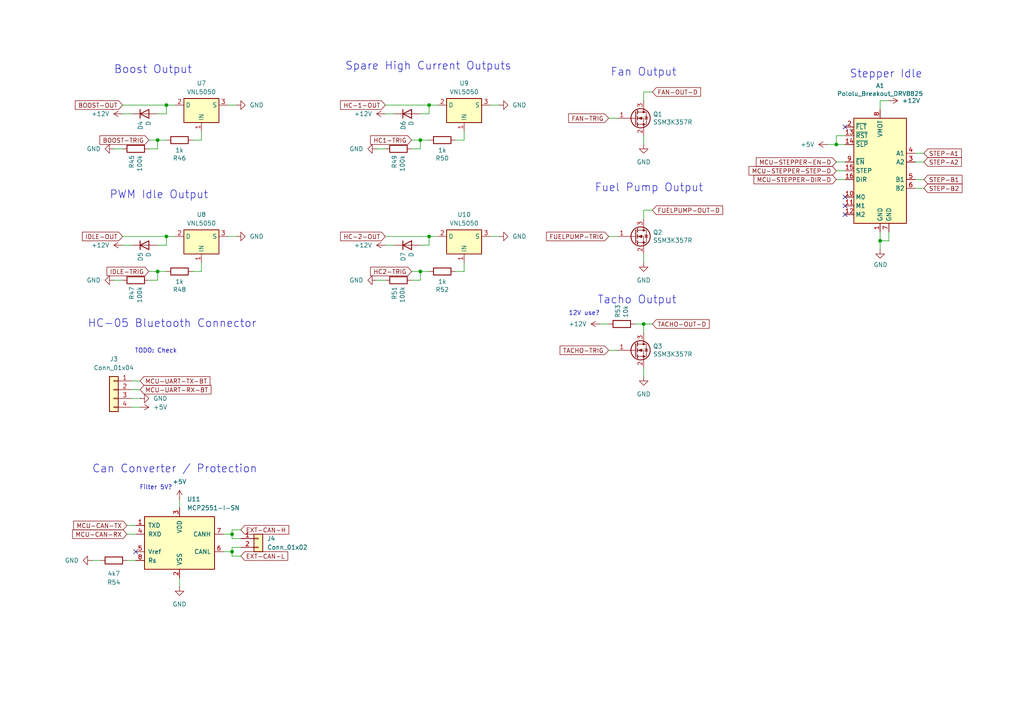
<source format=kicad_sch>
(kicad_sch (version 20250114) (generator "eeschema") (generator_version "9.0")
  (paper "A4")
  (title_block (title "0.4") (date "2021-03-27") (rev "4d") (company "Speeduino"))
  (lib_symbols
    (symbol "Connector_Generic:Conn_01x02" (pin_names (offset 1.016) (hide yes))
      (property "Reference" "J" (at 0 2.54 0))
      (property "Value" "Conn_01x02" (at 0 -5.08 0))
      (symbol "Conn_01x02_1_1"
        (rectangle (start -1.27 1.27) (end 1.27 -3.81) (stroke (width 0.254)) (fill (type background)))
        (rectangle (start -1.27 0.127) (end 0 -0.127) (stroke (width 0.1524)))
        (rectangle (start -1.27 -2.413) (end 0 -2.667) (stroke (width 0.1524)))
        (pin passive line (at -5.08 0 0) (length 3.81) (name "Pin_1") (number "1"))
        (pin passive line (at -5.08 -2.54 0) (length 3.81) (name "Pin_2") (number "2"))
      )
    )
    (symbol "Connector_Generic:Conn_01x04" (pin_names (offset 1.016) (hide yes))
      (property "Reference" "J" (at 0 5.08 0))
      (property "Value" "Conn_01x04" (at 0 -7.62 0))
      (symbol "Conn_01x04_1_1"
        (rectangle (start -1.27 3.81) (end 1.27 -6.35) (stroke (width 0.254)) (fill (type background)))
        (rectangle (start -1.27 2.667) (end 0 2.413) (stroke (width 0.1524)))
        (rectangle (start -1.27 0.127) (end 0 -0.127) (stroke (width 0.1524)))
        (rectangle (start -1.27 -2.413) (end 0 -2.667) (stroke (width 0.1524)))
        (rectangle (start -1.27 -4.953) (end 0 -5.207) (stroke (width 0.1524)))
        (pin passive line (at -5.08 2.54 0) (length 3.81) (name "Pin_1") (number "1"))
        (pin passive line (at -5.08 0 0) (length 3.81) (name "Pin_2") (number "2"))
        (pin passive line (at -5.08 -2.54 0) (length 3.81) (name "Pin_3") (number "3"))
        (pin passive line (at -5.08 -5.08 0) (length 3.81) (name "Pin_4") (number "4"))
      )
    )
    (symbol "Device:D" (pin_numbers (hide yes)) (pin_names (offset 1.016) (hide yes))
      (property "Reference" "D" (at 0 2.54 0))
      (property "Value" "D" (at 0 -2.54 0))
      (symbol "D_0_1"
        (polyline (pts (xy -1.27 1.27) (xy -1.27 -1.27)) (stroke (width 0.254)))
        (polyline (pts (xy 1.27 1.27) (xy 1.27 -1.27) (xy -1.27 0) (xy 1.27 1.27)) (stroke (width 0.254)))
        (polyline (pts (xy 1.27 0) (xy -1.27 0)))
      )
      (symbol "D_1_1"
        (pin passive line (at -3.81 0 0) (length 2.54) (name "K") (number "1"))
        (pin passive line (at 3.81 0 180) (length 2.54) (name "A") (number "2"))
      )
    )
    (symbol "Device:R" (pin_numbers (hide yes)) (pin_names (offset 0))
      (property "Reference" "R" (at 2.032 0 90))
      (property "Value" "R" (at 0 0 90))
      (symbol "R_0_1"
        (rectangle (start -1.016 -2.54) (end 1.016 2.54) (stroke (width 0.254)))
      )
      (symbol "R_1_1"
        (pin passive line (at 0 3.81 270) (length 1.27) (name "~") (number "1"))
        (pin passive line (at 0 -3.81 90) (length 1.27) (name "~") (number "2"))
      )
    )
    (symbol "Driver_Motor:Pololu_Breakout_DRV8825"
      (property "Reference" "A" (at -2.54 16.51 0))
      (property "Value" "Pololu_Breakout_DRV8825" (at -2.54 13.97 0))
      (symbol "Pololu_Breakout_DRV8825_0_1"
        (rectangle (start 7.62 -17.78) (end -7.62 12.7) (stroke (width 0.254)) (fill (type background)))
      )
      (symbol "Pololu_Breakout_DRV8825_1_1"
        (pin output line (at -10.16 10.16 0) (length 2.54) (name "~{FLT}") (number "2"))
        (pin input line (at -10.16 7.62 0) (length 2.54) (name "~{RST}") (number "13"))
        (pin input line (at -10.16 5.08 0) (length 2.54) (name "~{SLP}") (number "14"))
        (pin input line (at -10.16 0 0) (length 2.54) (name "~{EN}") (number "9"))
        (pin input line (at -10.16 -2.54 0) (length 2.54) (name "STEP") (number "15"))
        (pin input line (at -10.16 -5.08 0) (length 2.54) (name "DIR") (number "16"))
        (pin input line (at -10.16 -10.16 0) (length 2.54) (name "M0") (number "10"))
        (pin input line (at -10.16 -12.7 0) (length 2.54) (name "M1") (number "11"))
        (pin input line (at -10.16 -15.24 0) (length 2.54) (name "M2") (number "12"))
        (pin power_in line (at 0 15.24 270) (length 2.54) (name "VMOT") (number "8"))
        (pin power_in line (at 0 -20.32 90) (length 2.54) (name "GND") (number "1"))
        (pin power_in line (at 2.54 -20.32 90) (length 2.54) (name "GND") (number "7"))
        (pin output line (at 10.16 2.54 180) (length 2.54) (name "A1") (number "4"))
        (pin output line (at 10.16 0 180) (length 2.54) (name "A2") (number "3"))
        (pin output line (at 10.16 -5.08 180) (length 2.54) (name "B1") (number "5"))
        (pin output line (at 10.16 -7.62 180) (length 2.54) (name "B2") (number "6"))
      )
    )
    (symbol "IC_Automotive:VNL5050N3TR"
      (property "Reference" "U" (at -4.572 4.064 0))
      (property "Value" "VNL5050" (at 1.27 4.064 0))
      (symbol "VNL5050N3TR_0_1"
        (rectangle (start -5.08 3.175) (end 5.08 -3.81) (stroke (width 0.254)) (fill (type background)))
      )
      (symbol "VNL5050N3TR_1_1"
        (pin power_in line (at -7.62 1.27 0) (length 2.54) (name "D") (number "2"))
        (pin input line (at 0 -6.35 90) (length 2.54) (name "IN") (number "1"))
        (pin power_out line (at 7.62 1.27 180) (length 2.54) (name "S") (number "3"))
      )
    )
    (symbol "Interface_CAN_LIN:MCP2551-I-SN" (pin_names (offset 1.016))
      (property "Reference" "U" (at -10.16 8.89 0))
      (property "Value" "MCP2551-I-SN" (at 2.54 8.89 0))
      (symbol "MCP2551-I-SN_0_1"
        (rectangle (start -10.16 7.62) (end 10.16 -7.62) (stroke (width 0.254)) (fill (type background)))
      )
      (symbol "MCP2551-I-SN_1_1"
        (pin input line (at -12.7 5.08 0) (length 2.54) (name "TXD") (number "1"))
        (pin output line (at -12.7 2.54 0) (length 2.54) (name "RXD") (number "4"))
        (pin power_out line (at -12.7 -2.54 0) (length 2.54) (name "Vref") (number "5"))
        (pin input line (at -12.7 -5.08 0) (length 2.54) (name "Rs") (number "8"))
        (pin power_in line (at 0 10.16 270) (length 2.54) (name "VDD") (number "3"))
        (pin power_in line (at 0 -10.16 90) (length 2.54) (name "VSS") (number "2"))
        (pin bidirectional line (at 12.7 2.54 180) (length 2.54) (name "CANH") (number "7"))
        (pin bidirectional line (at 12.7 -2.54 180) (length 2.54) (name "CANL") (number "6"))
      )
    )
    (symbol "Transistor_FET:2N7002" (pin_names (hide yes))
      (property "Reference" "Q" (at 5.08 1.905 0))
      (property "Value" "2N7002" (at 5.08 0 0))
      (symbol "2N7002_0_1"
        (polyline (pts (xy 0.254 1.905) (xy 0.254 -1.905)) (stroke (width 0.254)))
        (polyline (pts (xy 0.254 0) (xy -2.54 0)))
        (polyline (pts (xy 0.762 2.286) (xy 0.762 1.27)) (stroke (width 0.254)))
        (polyline (pts (xy 0.762 0.508) (xy 0.762 -0.508)) (stroke (width 0.254)))
        (polyline (pts (xy 0.762 -1.27) (xy 0.762 -2.286)) (stroke (width 0.254)))
        (polyline (pts (xy 0.762 -1.778) (xy 3.302 -1.778) (xy 3.302 1.778) (xy 0.762 1.778)))
        (polyline (pts (xy 1.016 0) (xy 2.032 0.381) (xy 2.032 -0.381) (xy 1.016 0)) (fill (type outline)))
        (circle (center 1.651 0) (radius 2.794) (stroke (width 0.254)))
        (polyline (pts (xy 2.54 2.54) (xy 2.54 1.778)))
        (circle (center 2.54 1.778) (radius 0.254) (fill (type outline)))
        (circle (center 2.54 -1.778) (radius 0.254) (fill (type outline)))
        (polyline (pts (xy 2.54 -2.54) (xy 2.54 0) (xy 0.762 0)))
        (polyline (pts (xy 2.794 0.508) (xy 2.921 0.381) (xy 3.683 0.381) (xy 3.81 0.254)))
        (polyline (pts (xy 3.302 0.381) (xy 2.921 -0.254) (xy 3.683 -0.254) (xy 3.302 0.381)))
      )
      (symbol "2N7002_1_1"
        (pin input line (at -5.08 0 0) (length 2.54) (name "G") (number "1"))
        (pin passive line (at 2.54 5.08 270) (length 2.54) (name "D") (number "3"))
        (pin passive line (at 2.54 -5.08 90) (length 2.54) (name "S") (number "2"))
      )
    )
    (symbol "power:+12V" (power) (pin_numbers (hide yes)) (pin_names (offset 0) (hide yes))
      (property "Value" "+12V" (at 0 3.556 0))
      (symbol "+12V_0_1"
        (polyline (pts (xy -0.762 1.27) (xy 0 2.54)))
        (polyline (pts (xy 0 2.54) (xy 0.762 1.27)))
        (polyline (pts (xy 0 0) (xy 0 2.54)))
      )
      (symbol "+12V_1_1"
        (pin power_in line (at 0 0 90) (length 0) (name "~") (number "1"))
      )
    )
    (symbol "power:+5V" (power) (pin_numbers (hide yes)) (pin_names (offset 0) (hide yes))
      (property "Value" "+5V" (at 0 3.556 0))
      (symbol "+5V_0_1"
        (polyline (pts (xy -0.762 1.27) (xy 0 2.54)))
        (polyline (pts (xy 0 2.54) (xy 0.762 1.27)))
        (polyline (pts (xy 0 0) (xy 0 2.54)))
      )
      (symbol "+5V_1_1"
        (pin power_in line (at 0 0 90) (length 0) (name "~") (number "1"))
      )
    )
    (symbol "power:GND" (power) (pin_numbers (hide yes)) (pin_names (offset 0) (hide yes))
      (property "Value" "GND" (at 0 -3.81 0))
      (symbol "GND_0_1"
        (polyline (pts (xy 0 0) (xy 0 -1.27) (xy 1.27 -1.27) (xy 0 -2.54) (xy -1.27 -1.27) (xy 0 -1.27)))
      )
      (symbol "GND_1_1"
        (pin power_in line (at 0 0 270) (length 0) (name "~") (number "1"))
      )
    )
  )
  (text "HC-05 Bluetooth Connector" (at 25.4 95.25 0) (effects (font (size 2.286 2.286)) (justify left bottom)))
  (text "Stepper Idle" (at 246.38 22.86 0) (effects (font (size 2.286 2.286)) (justify left bottom)))
  (text "PWM Idle Output" (at 31.75 57.912 0) (effects (font (size 2.286 2.286)) (justify left bottom)))
  (text "Spare High Current Outputs" (at 100.076 20.574 0) (effects (font (size 2.286 2.286)) (justify left bottom)))
  (text "Fan Output" (at 177.038 22.352 0) (effects (font (size 2.286 2.286)) (justify left bottom)))
  (text "Fuel Pump Output" (at 172.466 55.88 0) (effects (font (size 2.286 2.286)) (justify left bottom)))
  (text "12V use?" (at 169.418 90.932 0) (effects (font (size 1.27 1.27))))
  (text "Filter 5V?" (at 45.212 141.478 0) (effects (font (size 1.27 1.27))))
  (text "Boost Output" (at 33.02 21.59 0) (effects (font (size 2.286 2.286)) (justify left bottom)))
  (text "TODO: Check" (at 45.212 101.854 0) (effects (font (size 1.27 1.27))))
  (text "Tacho Output" (at 173.228 88.392 0) (effects (font (size 2.286 2.286)) (justify left bottom)))
  (text "Can Converter / Protection" (at 26.67 137.414 0) (effects (font (size 2.286 2.286)) (justify left bottom)))
  (junction (at 242.57 41.91))
  (junction (at 45.72 78.74))
  (junction (at 48.26 30.48))
  (junction (at 67.31 160.02))
  (junction (at 255.27 69.85))
  (junction (at 48.26 68.58))
  (junction (at 121.92 78.74))
  (junction (at 67.31 154.94))
  (junction (at 124.46 30.48))
  (junction (at 45.72 40.64))
  (junction (at 186.69 93.98))
  (junction (at 121.92 40.64))
  (junction (at 124.46 68.58))
  (no_connect (at 39.37 160.02))
  (no_connect (at 245.11 36.83))
  (no_connect (at 245.11 59.69))
  (no_connect (at 245.11 57.15))
  (no_connect (at 245.11 62.23))
  (wire (pts (xy 38.1 113.03) (xy 40.64 113.03)))
  (wire (pts (xy 52.07 144.78) (xy 52.07 147.32)))
  (wire (pts (xy 242.57 41.91) (xy 245.11 41.91)))
  (wire (pts (xy 186.69 26.67) (xy 189.23 26.67)))
  (wire (pts (xy 38.1 115.57) (xy 40.64 115.57)))
  (wire (pts (xy 142.24 30.48) (xy 144.78 30.48)))
  (wire (pts (xy 38.1 33.02) (xy 35.56 33.02)))
  (wire (pts (xy 114.3 71.12) (xy 111.76 71.12)))
  (wire (pts (xy 265.43 44.45) (xy 267.97 44.45)))
  (wire (pts (xy 255.27 69.85) (xy 255.27 67.31)))
  (wire (pts (xy 255.27 29.21) (xy 255.27 31.75)))
  (wire (pts (xy 127 68.58) (xy 124.46 68.58)))
  (wire (pts (xy 242.57 41.91) (xy 242.57 39.37)))
  (wire (pts (xy 26.67 162.56) (xy 29.21 162.56)))
  (wire (pts (xy 267.97 46.99) (xy 265.43 46.99)))
  (wire (pts (xy 119.38 40.64) (xy 121.92 40.64)))
  (wire (pts (xy 124.46 33.02) (xy 124.46 30.48)))
  (wire (pts (xy 64.77 154.94) (xy 67.31 154.94)))
  (wire (pts (xy 121.92 78.74) (xy 124.46 78.74)))
  (wire (pts (xy 176.53 34.29) (xy 179.07 34.29)))
  (wire (pts (xy 242.57 46.99) (xy 245.11 46.99)))
  (wire (pts (xy 189.23 60.96) (xy 186.69 60.96)))
  (wire (pts (xy 36.83 154.94) (xy 39.37 154.94)))
  (wire (pts (xy 55.88 78.74) (xy 58.42 78.74)))
  (wire (pts (xy 265.43 52.07) (xy 267.97 52.07)))
  (wire (pts (xy 67.31 153.67) (xy 67.31 154.94)))
  (wire (pts (xy 186.69 93.98) (xy 189.23 93.98)))
  (wire (pts (xy 124.46 30.48) (xy 127 30.48)))
  (wire (pts (xy 48.26 33.02) (xy 48.26 30.48)))
  (wire (pts (xy 124.46 68.58) (xy 111.76 68.58)))
  (wire (pts (xy 55.88 40.64) (xy 58.42 40.64)))
  (wire (pts (xy 124.46 71.12) (xy 121.92 71.12)))
  (wire (pts (xy 119.38 43.18) (xy 121.92 43.18)))
  (wire (pts (xy 144.78 68.58) (xy 142.24 68.58)))
  (wire (pts (xy 124.46 40.64) (xy 121.92 40.64)))
  (wire (pts (xy 186.69 60.96) (xy 186.69 63.5)))
  (wire (pts (xy 58.42 76.2) (xy 58.42 78.74)))
  (wire (pts (xy 184.15 93.98) (xy 186.69 93.98)))
  (wire (pts (xy 48.26 40.64) (xy 45.72 40.64)))
  (wire (pts (xy 121.92 43.18) (xy 121.92 40.64)))
  (wire (pts (xy 257.81 67.31) (xy 257.81 69.85)))
  (wire (pts (xy 242.57 52.07) (xy 245.11 52.07)))
  (wire (pts (xy 186.69 29.21) (xy 186.69 26.67)))
  (wire (pts (xy 67.31 156.21) (xy 67.31 154.94)))
  (wire (pts (xy 267.97 54.61) (xy 265.43 54.61)))
  (wire (pts (xy 176.53 68.58) (xy 179.07 68.58)))
  (wire (pts (xy 38.1 110.49) (xy 40.64 110.49)))
  (wire (pts (xy 33.02 43.18) (xy 35.56 43.18)))
  (wire (pts (xy 132.08 78.74) (xy 134.62 78.74)))
  (wire (pts (xy 119.38 78.74) (xy 121.92 78.74)))
  (wire (pts (xy 186.69 73.66) (xy 186.69 76.2)))
  (wire (pts (xy 109.22 43.18) (xy 111.76 43.18)))
  (wire (pts (xy 109.22 81.28) (xy 111.76 81.28)))
  (wire (pts (xy 69.85 161.29) (xy 67.31 161.29)))
  (wire (pts (xy 66.04 30.48) (xy 68.58 30.48)))
  (wire (pts (xy 43.18 78.74) (xy 45.72 78.74)))
  (wire (pts (xy 111.76 30.48) (xy 124.46 30.48)))
  (wire (pts (xy 69.85 156.21) (xy 67.31 156.21)))
  (wire (pts (xy 45.72 43.18) (xy 45.72 40.64)))
  (wire (pts (xy 240.03 41.91) (xy 242.57 41.91)))
  (wire (pts (xy 257.81 69.85) (xy 255.27 69.85)))
  (wire (pts (xy 173.99 93.98) (xy 176.53 93.98)))
  (wire (pts (xy 58.42 40.64) (xy 58.42 38.1)))
  (wire (pts (xy 69.85 153.67) (xy 67.31 153.67)))
  (wire (pts (xy 176.53 101.6) (xy 179.07 101.6)))
  (wire (pts (xy 242.57 39.37) (xy 245.11 39.37)))
  (wire (pts (xy 186.69 96.52) (xy 186.69 93.98)))
  (wire (pts (xy 48.26 30.48) (xy 50.8 30.48)))
  (wire (pts (xy 50.8 68.58) (xy 48.26 68.58)))
  (wire (pts (xy 114.3 33.02) (xy 111.76 33.02)))
  (wire (pts (xy 43.18 43.18) (xy 45.72 43.18)))
  (wire (pts (xy 124.46 68.58) (xy 124.46 71.12)))
  (wire (pts (xy 119.38 81.28) (xy 121.92 81.28)))
  (wire (pts (xy 67.31 160.02) (xy 67.31 161.29)))
  (wire (pts (xy 132.08 40.64) (xy 134.62 40.64)))
  (wire (pts (xy 48.26 33.02) (xy 45.72 33.02)))
  (wire (pts (xy 245.11 49.53) (xy 242.57 49.53)))
  (wire (pts (xy 134.62 40.64) (xy 134.62 38.1)))
  (wire (pts (xy 35.56 30.48) (xy 48.26 30.48)))
  (wire (pts (xy 255.27 29.21) (xy 257.81 29.21)))
  (wire (pts (xy 121.92 81.28) (xy 121.92 78.74)))
  (wire (pts (xy 33.02 81.28) (xy 35.56 81.28)))
  (wire (pts (xy 36.83 152.4) (xy 39.37 152.4)))
  (wire (pts (xy 52.07 167.64) (xy 52.07 170.18)))
  (wire (pts (xy 43.18 81.28) (xy 45.72 81.28)))
  (wire (pts (xy 48.26 71.12) (xy 45.72 71.12)))
  (wire (pts (xy 124.46 33.02) (xy 121.92 33.02)))
  (wire (pts (xy 134.62 76.2) (xy 134.62 78.74)))
  (wire (pts (xy 38.1 71.12) (xy 35.56 71.12)))
  (wire (pts (xy 38.1 118.11) (xy 40.64 118.11)))
  (wire (pts (xy 69.85 158.75) (xy 67.31 158.75)))
  (wire (pts (xy 48.26 68.58) (xy 48.26 71.12)))
  (wire (pts (xy 186.69 106.68) (xy 186.69 109.22)))
  (wire (pts (xy 48.26 68.58) (xy 35.56 68.58)))
  (wire (pts (xy 45.72 81.28) (xy 45.72 78.74)))
  (wire (pts (xy 45.72 78.74) (xy 48.26 78.74)))
  (wire (pts (xy 43.18 40.64) (xy 45.72 40.64)))
  (wire (pts (xy 67.31 158.75) (xy 67.31 160.02)))
  (wire (pts (xy 68.58 68.58) (xy 66.04 68.58)))
  (wire (pts (xy 186.69 39.37) (xy 186.69 41.91)))
  (wire (pts (xy 36.83 162.56) (xy 39.37 162.56)))
  (wire (pts (xy 255.27 72.39) (xy 255.27 69.85)))
  (wire (pts (xy 64.77 160.02) (xy 67.31 160.02)))
  (global_label "HC2-TRIG" (shape input) (at 119.38 78.74 180) (property "Intersheetrefs" "${INTERSHEET_REFS}" (effects (hide yes))))
  (global_label "IDLE-TRIG" (shape input) (at 43.18 78.74 180) (property "Intersheetrefs" "${INTERSHEET_REFS}" (effects (hide yes))))
  (global_label "MCU-STEPPER-EN-D" (shape input) (at 242.57 46.99 180) (property "Intersheetrefs" "${INTERSHEET_REFS}" (effects (hide yes))))
  (global_label "MCU-CAN-RX" (shape input) (at 36.83 154.94 180) (property "Intersheetrefs" "${INTERSHEET_REFS}" (effects (hide yes))))
  (global_label "IDLE-OUT" (shape input) (at 35.56 68.58 180) (property "Intersheetrefs" "${INTERSHEET_REFS}" (effects (hide yes))))
  (global_label "MCU-STEPPER-DIR-D" (shape input) (at 242.57 52.07 180) (property "Intersheetrefs" "${INTERSHEET_REFS}" (effects (hide yes))))
  (global_label "FAN-TRIG" (shape input) (at 176.53 34.29 180) (property "Intersheetrefs" "${INTERSHEET_REFS}" (effects (hide yes))))
  (global_label "EXT-CAN-L" (shape input) (at 69.85 161.29 0) (property "Intersheetrefs" "${INTERSHEET_REFS}" (effects (hide yes))))
  (global_label "STEP-A2" (shape input) (at 267.97 46.99 0) (property "Intersheetrefs" "${INTERSHEET_REFS}" (effects (hide yes))))
  (global_label "FUELPUMP-OUT-D" (shape input) (at 189.23 60.96 0) (property "Intersheetrefs" "${INTERSHEET_REFS}" (effects (hide yes))))
  (global_label "HC-2-OUT" (shape input) (at 111.76 68.58 180) (property "Intersheetrefs" "${INTERSHEET_REFS}" (effects (hide yes))))
  (global_label "STEP-B2" (shape input) (at 267.97 54.61 0) (property "Intersheetrefs" "${INTERSHEET_REFS}" (effects (hide yes))))
  (global_label "MCU-STEPPER-STEP-D" (shape input) (at 242.57 49.53 180) (property "Intersheetrefs" "${INTERSHEET_REFS}" (effects (hide yes))))
  (global_label "TACHO-OUT-D" (shape input) (at 189.23 93.98 0) (property "Intersheetrefs" "${INTERSHEET_REFS}" (effects (hide yes))))
  (global_label "MCU-CAN-TX" (shape input) (at 36.83 152.4 180) (property "Intersheetrefs" "${INTERSHEET_REFS}" (effects (hide yes))))
  (global_label "MCU-UART-RX-BT" (shape input) (at 40.64 113.03 0) (property "Intersheetrefs" "${INTERSHEET_REFS}" (effects (hide yes))))
  (global_label "BOOST-TRIG" (shape input) (at 43.18 40.64 180) (property "Intersheetrefs" "${INTERSHEET_REFS}" (effects (hide yes))))
  (global_label "BOOST-OUT" (shape input) (at 35.56 30.48 180) (property "Intersheetrefs" "${INTERSHEET_REFS}" (effects (hide yes))))
  (global_label "HC1-TRIG" (shape input) (at 119.38 40.64 180) (property "Intersheetrefs" "${INTERSHEET_REFS}" (effects (hide yes))))
  (global_label "MCU-UART-TX-BT" (shape input) (at 40.64 110.49 0) (property "Intersheetrefs" "${INTERSHEET_REFS}" (effects (hide yes))))
  (global_label "STEP-B1" (shape input) (at 267.97 52.07 0) (property "Intersheetrefs" "${INTERSHEET_REFS}" (effects (hide yes))))
  (global_label "STEP-A1" (shape input) (at 267.97 44.45 0) (property "Intersheetrefs" "${INTERSHEET_REFS}" (effects (hide yes))))
  (global_label "FUELPUMP-TRIG" (shape input) (at 176.53 68.58 180) (property "Intersheetrefs" "${INTERSHEET_REFS}" (effects (hide yes))))
  (global_label "FAN-OUT-D" (shape input) (at 189.23 26.67 0) (property "Intersheetrefs" "${INTERSHEET_REFS}" (effects (hide yes))))
  (global_label "TACHO-TRIG" (shape input) (at 176.53 101.6 180) (property "Intersheetrefs" "${INTERSHEET_REFS}" (effects (hide yes))))
  (global_label "HC-1-OUT" (shape input) (at 111.76 30.48 180) (property "Intersheetrefs" "${INTERSHEET_REFS}" (effects (hide yes))))
  (global_label "EXT-CAN-H" (shape input) (at 69.85 153.67 0) (property "Intersheetrefs" "${INTERSHEET_REFS}" (effects (hide yes))))
  (symbol (lib_id "Device:R") (at 52.07 40.64 270) (mirror x) (unit 1)
    (property "Reference" "R46" (at 52.07 45.8978 90))
    (property "Value" "1k" (at 52.07 43.5864 90))
    (property "Footprint" "Resistor_SMD:R_0805_2012Metric" (effects (hide yes)))
    (property "Digikey Part Number" "311-1.00KCRCT-ND" (effects (hide yes)))
    (property "Manufacturer_Name" "Yageo" (effects (hide yes)))
    (property "Manufacturer_Part_Number" "RC0805FR-071KL" (effects (hide yes)))
    (property "URL" "https://www.digikey.com/product-detail/en/yageo/RC0805FR-071KL/311-1.00KCRCT-ND/730391" (effects (hide yes)))
  )
  (symbol (lib_id "Device:R") (at 52.07 78.74 270) (mirror x) (unit 1)
    (property "Reference" "R48" (at 52.07 83.9978 90))
    (property "Value" "1k" (at 52.07 81.6864 90))
    (property "Footprint" "Resistor_SMD:R_0805_2012Metric" (effects (hide yes)))
    (property "Digikey Part Number" "311-1.00KCRCT-ND" (effects (hide yes)))
    (property "Manufacturer_Name" "Yageo" (effects (hide yes)))
    (property "Manufacturer_Part_Number" "RC0805FR-071KL" (effects (hide yes)))
    (property "URL" "https://www.digikey.com/product-detail/en/yageo/RC0805FR-071KL/311-1.00KCRCT-ND/730391" (effects (hide yes)))
  )
  (symbol (lib_id "Device:R") (at 39.37 81.28 270) (mirror x) (unit 1)
    (property "Reference" "R47" (at 38.2016 83.058 0) (effects (justify right)))
    (property "Value" "100k" (at 40.513 83.058 0) (effects (justify right)))
    (property "Footprint" "Resistor_SMD:R_0805_2012Metric" (effects (hide yes)))
    (property "Digikey Part Number" "311-100KCRCT-ND" (effects (hide yes)))
    (property "Manufacturer_Name" "Yageo" (effects (hide yes)))
    (property "Manufacturer_Part_Number" "RC0805FR-07100KL" (effects (hide yes)))
    (property "URL" "https://www.digikey.com/product-detail/en/yageo/RC0805FR-07100KL/311-100KCRCT-ND/730491" (effects (hide yes)))
  )
  (symbol (lib_id "Device:R") (at 39.37 43.18 270) (mirror x) (unit 1)
    (property "Reference" "R45" (at 38.2016 44.958 0) (effects (justify right)))
    (property "Value" "100k" (at 40.513 44.958 0) (effects (justify right)))
    (property "Footprint" "Resistor_SMD:R_0805_2012Metric" (effects (hide yes)))
    (property "Digikey Part Number" "311-100KCRCT-ND" (effects (hide yes)))
    (property "Manufacturer_Name" "Yageo" (effects (hide yes)))
    (property "Manufacturer_Part_Number" "RC0805FR-07100KL" (effects (hide yes)))
    (property "URL" "https://www.digikey.com/product-detail/en/yageo/RC0805FR-07100KL/311-100KCRCT-ND/730491" (effects (hide yes)))
  )
  (symbol (lib_id "Device:R") (at 180.34 93.98 270) (unit 1)
    (property "Reference" "R53" (at 179.1716 92.202 0) (effects (justify right)))
    (property "Value" "10k" (at 181.483 92.202 0) (effects (justify right)))
    (property "Footprint" "Resistor_SMD:R_0805_2012Metric" (effects (hide yes)))
    (property "Digikey Part Number" "311-10KARCT-ND" (effects (hide yes)))
    (property "Manufacturer_Name" "Yageo" (effects (hide yes)))
    (property "Manufacturer_Part_Number" "RC0805JR-0710KL" (effects (hide yes)))
    (property "URL" "https://www.digikey.com/product-detail/en/yageo/RC0805JR-0710KL/311-10KARCT-ND/731188" (effects (hide yes)))
  )
  (symbol (lib_id "Driver_Motor:Pololu_Breakout_DRV8825") (at 255.27 46.99 0) (unit 1)
    (property "Reference" "A1" (at 255.27 24.8666 0))
    (property "Value" "Pololu_Breakout_DRV8825" (at 255.27 27.178 0))
    (property "Footprint" "Module:Pololu_Breakout-16_15.2x20.3mm" (effects (hide yes)))
    (property "Datasheet" "https://www.pololu.com/product/2982" (effects (hide yes)))
  )
  (symbol (lib_id "power:GND") (at 255.27 72.39 0) (unit 1)
    (property "Reference" "#PWR0157" (effects (hide yes)))
    (property "Value" "GND" (at 255.397 76.7842 0))
  )
  (symbol (lib_id "Transistor_FET:2N7002") (at 184.15 101.6 0) (unit 1)
    (property "Reference" "Q3" (at 189.3824 100.4316 0) (effects (justify left)))
    (property "Value" "SSM3K357R" (at 189.3824 102.743 0) (effects (justify left)))
    (property "Footprint" "Package_TO_SOT_SMD:SOT-23" (effects (hide yes)))
    (property "Datasheet" "https://www.mouser.com/datasheet/2/408/SSM3K357R_datasheet_en_20180124-1316146.pdf" (effects (hide yes)))
    (property "Digikey Part Number" "SSM3K357RLFCT-ND " (effects (hide yes)))
    (property "Manufacturer_Name" "Toshiba" (effects (hide yes)))
    (property "Manufacturer_Part_Number" "SSM3K357R" (effects (hide yes)))
    (property "URL" "https://www.digikey.com.au/product-detail/en/toshiba-semiconductor-and-storage/SSM3K357RLF/SSM3K357RLFCT-ND/8611183" (effects (hide yes)))
  )
  (symbol (lib_id "Transistor_FET:2N7002") (at 184.15 68.58 0) (unit 1)
    (property "Reference" "Q2" (at 189.3824 67.4116 0) (effects (justify left)))
    (property "Value" "SSM3K357R" (at 189.3824 69.723 0) (effects (justify left)))
    (property "Footprint" "Package_TO_SOT_SMD:SOT-23" (effects (hide yes)))
    (property "Datasheet" "https://www.mouser.com/datasheet/2/408/SSM3K357R_datasheet_en_20180124-1316146.pdf" (effects (hide yes)))
    (property "Digikey Part Number" "SSM3K357RLFCT-ND " (effects (hide yes)))
    (property "Manufacturer_Name" "Toshiba" (effects (hide yes)))
    (property "Manufacturer_Part_Number" "SSM3K357R" (effects (hide yes)))
    (property "URL" "https://www.digikey.com.au/product-detail/en/toshiba-semiconductor-and-storage/SSM3K357RLF/SSM3K357RLFCT-ND/8611183" (effects (hide yes)))
  )
  (symbol (lib_id "Transistor_FET:2N7002") (at 184.15 34.29 0) (unit 1)
    (property "Reference" "Q1" (at 189.3824 33.1216 0) (effects (justify left)))
    (property "Value" "SSM3K357R" (at 189.3824 35.433 0) (effects (justify left)))
    (property "Footprint" "Package_TO_SOT_SMD:SOT-23" (effects (hide yes)))
    (property "Datasheet" "https://www.mouser.com/datasheet/2/408/SSM3K357R_datasheet_en_20180124-1316146.pdf" (effects (hide yes)))
    (property "Digikey Part Number" "SSM3K357RLFCT-ND " (effects (hide yes)))
    (property "Manufacturer_Name" "Toshiba" (effects (hide yes)))
    (property "Manufacturer_Part_Number" "SSM3K357R" (effects (hide yes)))
    (property "URL" "https://www.digikey.com.au/product-detail/en/toshiba-semiconductor-and-storage/SSM3K357RLF/SSM3K357RLFCT-ND/8611183" (effects (hide yes)))
  )
  (symbol (lib_id "Device:D") (at 41.91 33.02 0) (mirror x) (unit 1)
    (property "Reference" "D4" (at 40.7416 35.0266 90) (effects (justify left)))
    (property "Value" "D" (at 43.053 35.0266 90) (effects (justify left)))
    (property "Footprint" "Diode_SMD:D_SOD-123F" (effects (hide yes)))
    (property "Digikey Part Number" "S110FACT-ND" (effects (hide yes)))
    (property "Manufacturer_Name" "ONSEMI" (effects (hide yes)))
    (property "Manufacturer_Part_Number" "S110FA" (effects (hide yes)))
    (property "URL" "https://www.digikey.com/en/products/detail/on-semiconductor/S110FA/5892098" (effects (hide yes)))
  )
  (symbol (lib_id "Device:D") (at 41.91 71.12 0) (mirror x) (unit 1)
    (property "Reference" "D5" (at 40.7416 73.1266 90) (effects (justify left)))
    (property "Value" "D" (at 43.053 73.1266 90) (effects (justify left)))
    (property "Footprint" "Diode_SMD:D_SOD-123F" (effects (hide yes)))
    (property "Digikey Part Number" "S110FACT-ND" (effects (hide yes)))
    (property "Manufacturer_Name" "ONSEMI" (effects (hide yes)))
    (property "Manufacturer_Part_Number" "S110FA" (effects (hide yes)))
    (property "URL" "https://www.digikey.com/en/products/detail/on-semiconductor/S110FA/5892098" (effects (hide yes)))
  )
  (symbol (lib_id "IC_Automotive:VNL5050N3TR") (at 58.42 69.85 0) (unit 1)
    (property "Reference" "U8" (at 58.42 62.23 0))
    (property "Value" "VNL5050" (at 58.42 64.77 0))
    (property "Footprint" "IC_Automotive:SOT-223-3_VNL5050" (effects (hide yes)))
  )
  (symbol (lib_id "Device:R") (at 115.57 81.28 270) (mirror x) (unit 1)
    (property "Reference" "R51" (at 114.4016 83.058 0) (effects (justify right)))
    (property "Value" "100k" (at 116.713 83.058 0) (effects (justify right)))
    (property "Footprint" "Resistor_SMD:R_0805_2012Metric" (effects (hide yes)))
    (property "Digikey Part Number" "311-100KCRCT-ND" (effects (hide yes)))
    (property "Manufacturer_Name" "Yageo" (effects (hide yes)))
    (property "Manufacturer_Part_Number" "RC0805FR-07100KL" (effects (hide yes)))
    (property "URL" "https://www.digikey.com/product-detail/en/yageo/RC0805FR-07100KL/311-100KCRCT-ND/730491" (effects (hide yes)))
  )
  (symbol (lib_id "IC_Automotive:VNL5050N3TR") (at 58.42 31.75 0) (unit 1)
    (property "Reference" "U7" (at 58.42 24.13 0))
    (property "Value" "VNL5050" (at 58.42 26.67 0))
    (property "Footprint" "IC_Automotive:SOT-223-3_VNL5050" (effects (hide yes)))
  )
  (symbol (lib_id "power:+12V") (at 35.56 33.02 90) (unit 1)
    (property "Reference" "#PWR016" (effects (hide yes)))
    (property "Value" "+12V" (at 31.75 33.0199 90) (effects (justify left)))
    (property "Description" "Power symbol creates a global label with name \"+12V\"" (effects (hide yes)))
  )
  (symbol (lib_id "power:GND") (at 109.22 81.28 270) (mirror x) (unit 1)
    (property "Reference" "#PWR0175" (effects (hide yes)))
    (property "Value" "GND" (at 105.41 81.2801 90) (effects (justify right)))
    (property "Description" "Power symbol creates a global label with name \"GND\" , ground" (effects (hide yes)))
  )
  (symbol (lib_id "power:GND") (at 144.78 68.58 90) (mirror x) (unit 1)
    (property "Reference" "#PWR0171" (effects (hide yes)))
    (property "Value" "GND" (at 148.59 68.5801 90) (effects (justify right)))
    (property "Description" "Power symbol creates a global label with name \"GND\" , ground" (effects (hide yes)))
  )
  (symbol (lib_id "power:+12V") (at 257.81 29.21 270) (unit 1)
    (property "Reference" "#PWR021" (effects (hide yes)))
    (property "Value" "+12V" (at 261.62 29.2099 90) (effects (justify left)))
    (property "Description" "Power symbol creates a global label with name \"+12V\"" (effects (hide yes)))
  )
  (symbol (lib_id "IC_Automotive:VNL5050N3TR") (at 134.62 69.85 0) (unit 1)
    (property "Reference" "U10" (at 134.62 62.23 0))
    (property "Value" "VNL5050" (at 134.62 64.77 0))
    (property "Footprint" "IC_Automotive:SOT-223-3_VNL5050" (effects (hide yes)))
  )
  (symbol (lib_id "Device:R") (at 33.02 162.56 90) (unit 1)
    (property "Reference" "R54" (at 33.02 168.91 90))
    (property "Value" "4k7" (at 33.02 166.37 90))
    (property "Footprint" "Resistor_SMD:R_0805_2012Metric" (effects (hide yes)))
    (property "Description" "Resistor" (effects (hide yes)))
  )
  (symbol (lib_id "power:+12V") (at 173.99 93.98 90) (unit 1)
    (property "Reference" "#PWR020" (effects (hide yes)))
    (property "Value" "+12V" (at 170.18 93.9799 90) (effects (justify left)))
    (property "Description" "Power symbol creates a global label with name \"+12V\"" (effects (hide yes)))
  )
  (symbol (lib_id "power:GND") (at 186.69 109.22 0) (unit 1)
    (property "Reference" "#PWR0168" (effects (hide yes)))
    (property "Value" "GND" (at 186.69 114.3 0))
    (property "Description" "Power symbol creates a global label with name \"GND\" , ground" (effects (hide yes)))
  )
  (symbol (lib_id "power:+12V") (at 35.56 71.12 90) (unit 1)
    (property "Reference" "#PWR018" (effects (hide yes)))
    (property "Value" "+12V" (at 31.75 71.1199 90) (effects (justify left)))
    (property "Description" "Power symbol creates a global label with name \"+12V\"" (effects (hide yes)))
  )
  (symbol (lib_id "power:+5V") (at 40.64 118.11 270) (unit 1)
    (property "Reference" "#PWR0166" (effects (hide yes)))
    (property "Value" "+5V" (at 44.45 118.1099 90) (effects (justify left)))
    (property "Description" "Power symbol creates a global label with name \"+5V\"" (effects (hide yes)))
  )
  (symbol (lib_id "power:+12V") (at 111.76 33.02 90) (unit 1)
    (property "Reference" "#PWR017" (effects (hide yes)))
    (property "Value" "+12V" (at 107.95 33.0199 90) (effects (justify left)))
    (property "Description" "Power symbol creates a global label with name \"+12V\"" (effects (hide yes)))
  )
  (symbol (lib_id "Device:R") (at 128.27 78.74 270) (mirror x) (unit 1)
    (property "Reference" "R52" (at 128.27 83.9978 90))
    (property "Value" "1k" (at 128.27 81.6864 90))
    (property "Footprint" "Resistor_SMD:R_0805_2012Metric" (effects (hide yes)))
    (property "Digikey Part Number" "311-1.00KCRCT-ND" (effects (hide yes)))
    (property "Manufacturer_Name" "Yageo" (effects (hide yes)))
    (property "Manufacturer_Part_Number" "RC0805FR-071KL" (effects (hide yes)))
    (property "URL" "https://www.digikey.com/product-detail/en/yageo/RC0805FR-071KL/311-1.00KCRCT-ND/730391" (effects (hide yes)))
  )
  (symbol (lib_id "power:GND") (at 33.02 81.28 270) (mirror x) (unit 1)
    (property "Reference" "#PWR0161" (effects (hide yes)))
    (property "Value" "GND" (at 29.21 81.2801 90) (effects (justify right)))
    (property "Description" "Power symbol creates a global label with name \"GND\" , ground" (effects (hide yes)))
  )
  (symbol (lib_id "Device:R") (at 115.57 43.18 270) (mirror x) (unit 1)
    (property "Reference" "R49" (at 114.4016 44.958 0) (effects (justify right)))
    (property "Value" "100k" (at 116.713 44.958 0) (effects (justify right)))
    (property "Footprint" "Resistor_SMD:R_0805_2012Metric" (effects (hide yes)))
    (property "Digikey Part Number" "311-100KCRCT-ND" (effects (hide yes)))
    (property "Manufacturer_Name" "Yageo" (effects (hide yes)))
    (property "Manufacturer_Part_Number" "RC0805FR-07100KL" (effects (hide yes)))
    (property "URL" "https://www.digikey.com/product-detail/en/yageo/RC0805FR-07100KL/311-100KCRCT-ND/730491" (effects (hide yes)))
  )
  (symbol (lib_id "power:GND") (at 68.58 68.58 90) (mirror x) (unit 1)
    (property "Reference" "#PWR0159" (effects (hide yes)))
    (property "Value" "GND" (at 72.39 68.5801 90) (effects (justify right)))
    (property "Description" "Power symbol creates a global label with name \"GND\" , ground" (effects (hide yes)))
  )
  (symbol (lib_id "power:+5V") (at 240.03 41.91 90) (unit 1)
    (property "Reference" "#PWR015" (effects (hide yes)))
    (property "Value" "+5V" (at 236.22 41.9099 90) (effects (justify left)))
    (property "Description" "Power symbol creates a global label with name \"+5V\"" (effects (hide yes)))
  )
  (symbol (lib_id "power:GND") (at 33.02 43.18 270) (mirror x) (unit 1)
    (property "Reference" "#PWR0160" (effects (hide yes)))
    (property "Value" "GND" (at 29.21 43.1801 90) (effects (justify right)))
    (property "Description" "Power symbol creates a global label with name \"GND\" , ground" (effects (hide yes)))
  )
  (symbol (lib_id "Device:D") (at 118.11 71.12 0) (mirror x) (unit 1)
    (property "Reference" "D7" (at 116.9416 73.1266 90) (effects (justify left)))
    (property "Value" "D" (at 119.253 73.1266 90) (effects (justify left)))
    (property "Footprint" "Diode_SMD:D_SOD-123F" (effects (hide yes)))
    (property "Digikey Part Number" "S110FACT-ND" (effects (hide yes)))
    (property "Manufacturer_Name" "ONSEMI" (effects (hide yes)))
    (property "Manufacturer_Part_Number" "S110FA" (effects (hide yes)))
    (property "URL" "https://www.digikey.com/en/products/detail/on-semiconductor/S110FA/5892098" (effects (hide yes)))
  )
  (symbol (lib_id "power:+12V") (at 111.76 71.12 90) (unit 1)
    (property "Reference" "#PWR019" (effects (hide yes)))
    (property "Value" "+12V" (at 107.95 71.1199 90) (effects (justify left)))
    (property "Description" "Power symbol creates a global label with name \"+12V\"" (effects (hide yes)))
  )
  (symbol (lib_id "power:GND") (at 40.64 115.57 90) (unit 1)
    (property "Reference" "#PWR0167" (effects (hide yes)))
    (property "Value" "GND" (at 44.45 115.5699 90) (effects (justify right)))
    (property "Description" "Power symbol creates a global label with name \"GND\" , ground" (effects (hide yes)))
  )
  (symbol (lib_id "power:GND") (at 68.58 30.48 90) (mirror x) (unit 1)
    (property "Reference" "#PWR0158" (effects (hide yes)))
    (property "Value" "GND" (at 72.39 30.4801 90) (effects (justify right)))
    (property "Description" "Power symbol creates a global label with name \"GND\" , ground" (effects (hide yes)))
  )
  (symbol (lib_id "Connector_Generic:Conn_01x02") (at 74.93 156.21 0) (unit 1)
    (property "Reference" "J4" (at 77.47 156.2099 0) (effects (justify left)))
    (property "Value" "Conn_01x02" (at 77.47 158.7499 0) (effects (justify left)))
    (property "Footprint" "Connector_PinHeader_2.54mm:PinHeader_1x02_P2.54mm_Vertical" (effects (hide yes)))
    (property "Description" "Generic connector, single row, 01x02, script generated (kicad-library-utils/schlib/autogen/connector/)" (effects (hide yes)))
  )
  (symbol (lib_id "power:GND") (at 186.69 41.91 0) (unit 1)
    (property "Reference" "#PWR0155" (effects (hide yes)))
    (property "Value" "GND" (at 186.69 46.99 0))
    (property "Description" "Power symbol creates a global label with name \"GND\" , ground" (effects (hide yes)))
  )
  (symbol (lib_id "power:GND") (at 26.67 162.56 270) (unit 1)
    (property "Reference" "#PWR0174" (effects (hide yes)))
    (property "Value" "GND" (at 22.86 162.5599 90) (effects (justify right)))
    (property "Description" "Power symbol creates a global label with name \"GND\" , ground" (effects (hide yes)))
  )
  (symbol (lib_id "power:GND") (at 144.78 30.48 90) (mirror x) (unit 1)
    (property "Reference" "#PWR0170" (effects (hide yes)))
    (property "Value" "GND" (at 148.59 30.4801 90) (effects (justify right)))
    (property "Description" "Power symbol creates a global label with name \"GND\" , ground" (effects (hide yes)))
  )
  (symbol (lib_id "Interface_CAN_LIN:MCP2551-I-SN") (at 52.07 157.48 0) (unit 1)
    (property "Reference" "U11" (at 54.2133 144.78 0) (effects (justify left)))
    (property "Value" "MCP2551-I-SN" (at 54.2133 147.32 0) (effects (justify left)))
    (property "Footprint" "Package_SO:SOIC-8_3.9x4.9mm_P1.27mm" (effects (hide yes)))
    (property "Datasheet" "http://ww1.microchip.com/downloads/en/devicedoc/21667d.pdf" (effects (hide yes)))
    (property "Description" "High-Speed CAN Transceiver, 1Mbps, 5V supply, SOIC-8" (effects (hide yes)))
  )
  (symbol (lib_id "power:+5V") (at 52.07 144.78 0) (unit 1)
    (property "Reference" "#PWR0172" (effects (hide yes)))
    (property "Value" "+5V" (at 52.07 139.7 0))
    (property "Description" "Power symbol creates a global label with name \"+5V\"" (effects (hide yes)))
  )
  (symbol (lib_id "Connector_Generic:Conn_01x04") (at 33.02 113.03 0) (mirror y) (unit 1)
    (property "Reference" "J3" (at 33.02 104.14 0))
    (property "Value" "Conn_01x04" (at 33.02 106.68 0))
    (property "Footprint" "Connector_PinHeader_2.54mm:PinHeader_1x04_P2.54mm_Vertical" (effects (hide yes)))
    (property "Description" "Generic connector, single row, 01x04, script generated (kicad-library-utils/schlib/autogen/connector/)" (effects (hide yes)))
  )
  (symbol (lib_id "IC_Automotive:VNL5050N3TR") (at 134.62 31.75 0) (unit 1)
    (property "Reference" "U9" (at 134.62 24.13 0))
    (property "Value" "VNL5050" (at 134.62 26.67 0))
    (property "Footprint" "IC_Automotive:SOT-223-3_VNL5050" (effects (hide yes)))
  )
  (symbol (lib_id "power:GND") (at 109.22 43.18 270) (mirror x) (unit 1)
    (property "Reference" "#PWR0169" (effects (hide yes)))
    (property "Value" "GND" (at 105.41 43.1801 90) (effects (justify right)))
    (property "Description" "Power symbol creates a global label with name \"GND\" , ground" (effects (hide yes)))
  )
  (symbol (lib_id "Device:D") (at 118.11 33.02 0) (mirror x) (unit 1)
    (property "Reference" "D6" (at 116.9416 35.0266 90) (effects (justify left)))
    (property "Value" "D" (at 119.253 35.0266 90) (effects (justify left)))
    (property "Footprint" "Diode_SMD:D_SOD-123F" (effects (hide yes)))
    (property "Digikey Part Number" "S110FACT-ND" (effects (hide yes)))
    (property "Manufacturer_Name" "ONSEMI" (effects (hide yes)))
    (property "Manufacturer_Part_Number" "S110FA" (effects (hide yes)))
    (property "URL" "https://www.digikey.com/en/products/detail/on-semiconductor/S110FA/5892098" (effects (hide yes)))
  )
  (symbol (lib_id "power:GND") (at 186.69 76.2 0) (unit 1)
    (property "Reference" "#PWR0165" (effects (hide yes)))
    (property "Value" "GND" (at 186.69 81.28 0))
    (property "Description" "Power symbol creates a global label with name \"GND\" , ground" (effects (hide yes)))
  )
  (symbol (lib_id "power:GND") (at 52.07 170.18 0) (unit 1)
    (property "Reference" "#PWR0173" (effects (hide yes)))
    (property "Value" "GND" (at 52.07 175.26 0))
    (property "Description" "Power symbol creates a global label with name \"GND\" , ground" (effects (hide yes)))
  )
  (symbol (lib_id "Device:R") (at 128.27 40.64 270) (mirror x) (unit 1)
    (property "Reference" "R50" (at 128.27 45.8978 90))
    (property "Value" "1k" (at 128.27 43.5864 90))
    (property "Footprint" "Resistor_SMD:R_0805_2012Metric" (effects (hide yes)))
    (property "Digikey Part Number" "311-1.00KCRCT-ND" (effects (hide yes)))
    (property "Manufacturer_Name" "Yageo" (effects (hide yes)))
    (property "Manufacturer_Part_Number" "RC0805FR-071KL" (effects (hide yes)))
    (property "URL" "https://www.digikey.com/product-detail/en/yageo/RC0805FR-071KL/311-1.00KCRCT-ND/730391" (effects (hide yes)))
  )
)
</source>
